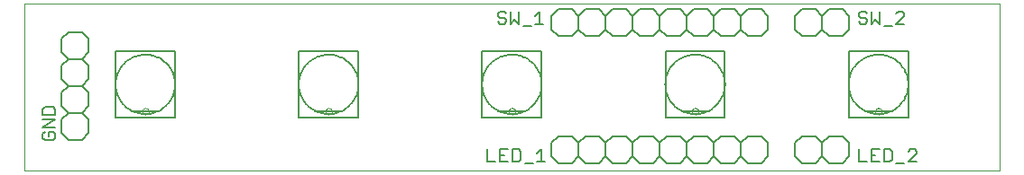
<source format=gto>
G75*
%MOIN*%
%OFA0B0*%
%FSLAX24Y24*%
%IPPOS*%
%LPD*%
%AMOC8*
5,1,8,0,0,1.08239X$1,22.5*
%
%ADD10C,0.0000*%
%ADD11C,0.0050*%
%ADD12C,0.0060*%
D10*
X000100Y000123D02*
X000100Y006331D01*
X036124Y006331D01*
X036124Y000123D01*
X000100Y000123D01*
X004451Y002335D02*
X004453Y002356D01*
X004459Y002376D01*
X004468Y002396D01*
X004480Y002413D01*
X004495Y002427D01*
X004513Y002439D01*
X004533Y002447D01*
X004553Y002452D01*
X004574Y002453D01*
X004595Y002450D01*
X004615Y002444D01*
X004634Y002433D01*
X004651Y002420D01*
X004664Y002404D01*
X004675Y002386D01*
X004683Y002366D01*
X004687Y002346D01*
X004687Y002324D01*
X004683Y002304D01*
X004675Y002284D01*
X004664Y002266D01*
X004651Y002250D01*
X004634Y002237D01*
X004615Y002226D01*
X004595Y002220D01*
X004574Y002217D01*
X004553Y002218D01*
X004533Y002223D01*
X004513Y002231D01*
X004495Y002243D01*
X004480Y002257D01*
X004468Y002274D01*
X004459Y002294D01*
X004453Y002314D01*
X004451Y002335D01*
X011222Y002335D02*
X011224Y002356D01*
X011230Y002376D01*
X011239Y002396D01*
X011251Y002413D01*
X011266Y002427D01*
X011284Y002439D01*
X011304Y002447D01*
X011324Y002452D01*
X011345Y002453D01*
X011366Y002450D01*
X011386Y002444D01*
X011405Y002433D01*
X011422Y002420D01*
X011435Y002404D01*
X011446Y002386D01*
X011454Y002366D01*
X011458Y002346D01*
X011458Y002324D01*
X011454Y002304D01*
X011446Y002284D01*
X011435Y002266D01*
X011422Y002250D01*
X011405Y002237D01*
X011386Y002226D01*
X011366Y002220D01*
X011345Y002217D01*
X011324Y002218D01*
X011304Y002223D01*
X011284Y002231D01*
X011266Y002243D01*
X011251Y002257D01*
X011239Y002274D01*
X011230Y002294D01*
X011224Y002314D01*
X011222Y002335D01*
X017994Y002335D02*
X017996Y002356D01*
X018002Y002376D01*
X018011Y002396D01*
X018023Y002413D01*
X018038Y002427D01*
X018056Y002439D01*
X018076Y002447D01*
X018096Y002452D01*
X018117Y002453D01*
X018138Y002450D01*
X018158Y002444D01*
X018177Y002433D01*
X018194Y002420D01*
X018207Y002404D01*
X018218Y002386D01*
X018226Y002366D01*
X018230Y002346D01*
X018230Y002324D01*
X018226Y002304D01*
X018218Y002284D01*
X018207Y002266D01*
X018194Y002250D01*
X018177Y002237D01*
X018158Y002226D01*
X018138Y002220D01*
X018117Y002217D01*
X018096Y002218D01*
X018076Y002223D01*
X018056Y002231D01*
X018038Y002243D01*
X018023Y002257D01*
X018011Y002274D01*
X018002Y002294D01*
X017996Y002314D01*
X017994Y002335D01*
X024765Y002335D02*
X024767Y002356D01*
X024773Y002376D01*
X024782Y002396D01*
X024794Y002413D01*
X024809Y002427D01*
X024827Y002439D01*
X024847Y002447D01*
X024867Y002452D01*
X024888Y002453D01*
X024909Y002450D01*
X024929Y002444D01*
X024948Y002433D01*
X024965Y002420D01*
X024978Y002404D01*
X024989Y002386D01*
X024997Y002366D01*
X025001Y002346D01*
X025001Y002324D01*
X024997Y002304D01*
X024989Y002284D01*
X024978Y002266D01*
X024965Y002250D01*
X024948Y002237D01*
X024929Y002226D01*
X024909Y002220D01*
X024888Y002217D01*
X024867Y002218D01*
X024847Y002223D01*
X024827Y002231D01*
X024809Y002243D01*
X024794Y002257D01*
X024782Y002274D01*
X024773Y002294D01*
X024767Y002314D01*
X024765Y002335D01*
X031537Y002335D02*
X031539Y002356D01*
X031545Y002376D01*
X031554Y002396D01*
X031566Y002413D01*
X031581Y002427D01*
X031599Y002439D01*
X031619Y002447D01*
X031639Y002452D01*
X031660Y002453D01*
X031681Y002450D01*
X031701Y002444D01*
X031720Y002433D01*
X031737Y002420D01*
X031750Y002404D01*
X031761Y002386D01*
X031769Y002366D01*
X031773Y002346D01*
X031773Y002324D01*
X031769Y002304D01*
X031761Y002284D01*
X031750Y002266D01*
X031737Y002250D01*
X031720Y002237D01*
X031701Y002226D01*
X031681Y002220D01*
X031660Y002217D01*
X031639Y002218D01*
X031619Y002223D01*
X031599Y002231D01*
X031581Y002243D01*
X031566Y002257D01*
X031554Y002274D01*
X031545Y002294D01*
X031539Y002314D01*
X031537Y002335D01*
D11*
X031155Y002335D02*
X032155Y002335D01*
X032754Y002094D02*
X030557Y002094D01*
X030557Y004576D01*
X032754Y004576D01*
X032754Y002094D01*
X032848Y000924D02*
X032773Y000849D01*
X032998Y000924D02*
X033073Y000849D01*
X033073Y000774D01*
X032773Y000474D01*
X033073Y000474D01*
X032613Y000399D02*
X032313Y000399D01*
X032153Y000549D02*
X032078Y000474D01*
X031852Y000474D01*
X031852Y000924D01*
X032078Y000924D01*
X032153Y000849D01*
X032153Y000549D01*
X031692Y000474D02*
X031392Y000474D01*
X031392Y000924D01*
X031692Y000924D01*
X030932Y000924D02*
X030932Y000474D01*
X031232Y000474D01*
X031392Y000699D02*
X031542Y000699D01*
X032848Y000924D02*
X032998Y000924D01*
X025982Y002094D02*
X023785Y002094D01*
X023785Y004576D01*
X025982Y004576D01*
X025982Y002094D01*
X025383Y002335D02*
X024383Y002335D01*
X019210Y002094D02*
X017013Y002094D01*
X017013Y004576D01*
X019210Y004576D01*
X019210Y002094D01*
X018612Y002335D02*
X017612Y002335D01*
X012439Y002094D02*
X010242Y002094D01*
X010242Y004576D01*
X012439Y004576D01*
X012439Y002094D01*
X011840Y002335D02*
X010840Y002335D01*
X005667Y002094D02*
X003470Y002094D01*
X003470Y004576D01*
X005667Y004576D01*
X005667Y002094D01*
X005069Y002335D02*
X004069Y002335D01*
X001225Y002413D02*
X001225Y002188D01*
X000775Y002188D01*
X000775Y002413D01*
X000850Y002488D01*
X001150Y002488D01*
X001225Y002413D01*
X001225Y002028D02*
X000775Y002028D01*
X000775Y001728D02*
X001225Y002028D01*
X001225Y001728D02*
X000775Y001728D01*
X000850Y001567D02*
X000775Y001492D01*
X000775Y001342D01*
X000850Y001267D01*
X001150Y001267D01*
X001225Y001342D01*
X001225Y001492D01*
X001150Y001567D01*
X001000Y001567D01*
X001000Y001417D01*
X003467Y003335D02*
X003469Y003401D01*
X003475Y003467D01*
X003485Y003532D01*
X003498Y003596D01*
X003516Y003660D01*
X003537Y003722D01*
X003562Y003783D01*
X003591Y003843D01*
X003623Y003900D01*
X003658Y003956D01*
X003697Y004009D01*
X003739Y004060D01*
X003784Y004108D01*
X003832Y004154D01*
X003882Y004197D01*
X003935Y004236D01*
X003990Y004272D01*
X004047Y004305D01*
X004106Y004335D01*
X004166Y004361D01*
X004228Y004383D01*
X004292Y004402D01*
X004356Y004416D01*
X004421Y004427D01*
X004487Y004434D01*
X004553Y004437D01*
X004618Y004436D01*
X004684Y004431D01*
X004750Y004422D01*
X004814Y004409D01*
X004878Y004393D01*
X004941Y004372D01*
X005002Y004348D01*
X005062Y004321D01*
X005120Y004289D01*
X005176Y004255D01*
X005230Y004217D01*
X005282Y004176D01*
X005331Y004132D01*
X005377Y004085D01*
X005420Y004035D01*
X005461Y003983D01*
X005498Y003928D01*
X005531Y003872D01*
X005562Y003813D01*
X005589Y003753D01*
X005612Y003691D01*
X005631Y003628D01*
X005647Y003564D01*
X005659Y003499D01*
X005667Y003434D01*
X005671Y003368D01*
X005671Y003302D01*
X005667Y003236D01*
X005659Y003171D01*
X005647Y003106D01*
X005631Y003042D01*
X005612Y002979D01*
X005589Y002917D01*
X005562Y002857D01*
X005531Y002798D01*
X005498Y002742D01*
X005461Y002687D01*
X005420Y002635D01*
X005377Y002585D01*
X005331Y002538D01*
X005282Y002494D01*
X005230Y002453D01*
X005176Y002415D01*
X005120Y002381D01*
X005062Y002349D01*
X005002Y002322D01*
X004941Y002298D01*
X004878Y002277D01*
X004814Y002261D01*
X004750Y002248D01*
X004684Y002239D01*
X004618Y002234D01*
X004553Y002233D01*
X004487Y002236D01*
X004421Y002243D01*
X004356Y002254D01*
X004292Y002268D01*
X004228Y002287D01*
X004166Y002309D01*
X004106Y002335D01*
X004047Y002365D01*
X003990Y002398D01*
X003935Y002434D01*
X003882Y002473D01*
X003832Y002516D01*
X003784Y002562D01*
X003739Y002610D01*
X003697Y002661D01*
X003658Y002714D01*
X003623Y002770D01*
X003591Y002827D01*
X003562Y002887D01*
X003537Y002948D01*
X003516Y003010D01*
X003498Y003074D01*
X003485Y003138D01*
X003475Y003203D01*
X003469Y003269D01*
X003467Y003335D01*
X010238Y003335D02*
X010240Y003401D01*
X010246Y003467D01*
X010256Y003532D01*
X010269Y003596D01*
X010287Y003660D01*
X010308Y003722D01*
X010333Y003783D01*
X010362Y003843D01*
X010394Y003900D01*
X010429Y003956D01*
X010468Y004009D01*
X010510Y004060D01*
X010555Y004108D01*
X010603Y004154D01*
X010653Y004197D01*
X010706Y004236D01*
X010761Y004272D01*
X010818Y004305D01*
X010877Y004335D01*
X010937Y004361D01*
X010999Y004383D01*
X011063Y004402D01*
X011127Y004416D01*
X011192Y004427D01*
X011258Y004434D01*
X011324Y004437D01*
X011389Y004436D01*
X011455Y004431D01*
X011521Y004422D01*
X011585Y004409D01*
X011649Y004393D01*
X011712Y004372D01*
X011773Y004348D01*
X011833Y004321D01*
X011891Y004289D01*
X011947Y004255D01*
X012001Y004217D01*
X012053Y004176D01*
X012102Y004132D01*
X012148Y004085D01*
X012191Y004035D01*
X012232Y003983D01*
X012269Y003928D01*
X012302Y003872D01*
X012333Y003813D01*
X012360Y003753D01*
X012383Y003691D01*
X012402Y003628D01*
X012418Y003564D01*
X012430Y003499D01*
X012438Y003434D01*
X012442Y003368D01*
X012442Y003302D01*
X012438Y003236D01*
X012430Y003171D01*
X012418Y003106D01*
X012402Y003042D01*
X012383Y002979D01*
X012360Y002917D01*
X012333Y002857D01*
X012302Y002798D01*
X012269Y002742D01*
X012232Y002687D01*
X012191Y002635D01*
X012148Y002585D01*
X012102Y002538D01*
X012053Y002494D01*
X012001Y002453D01*
X011947Y002415D01*
X011891Y002381D01*
X011833Y002349D01*
X011773Y002322D01*
X011712Y002298D01*
X011649Y002277D01*
X011585Y002261D01*
X011521Y002248D01*
X011455Y002239D01*
X011389Y002234D01*
X011324Y002233D01*
X011258Y002236D01*
X011192Y002243D01*
X011127Y002254D01*
X011063Y002268D01*
X010999Y002287D01*
X010937Y002309D01*
X010877Y002335D01*
X010818Y002365D01*
X010761Y002398D01*
X010706Y002434D01*
X010653Y002473D01*
X010603Y002516D01*
X010555Y002562D01*
X010510Y002610D01*
X010468Y002661D01*
X010429Y002714D01*
X010394Y002770D01*
X010362Y002827D01*
X010333Y002887D01*
X010308Y002948D01*
X010287Y003010D01*
X010269Y003074D01*
X010256Y003138D01*
X010246Y003203D01*
X010240Y003269D01*
X010238Y003335D01*
X017010Y003335D02*
X017012Y003401D01*
X017018Y003467D01*
X017028Y003532D01*
X017041Y003596D01*
X017059Y003660D01*
X017080Y003722D01*
X017105Y003783D01*
X017134Y003843D01*
X017166Y003900D01*
X017201Y003956D01*
X017240Y004009D01*
X017282Y004060D01*
X017327Y004108D01*
X017375Y004154D01*
X017425Y004197D01*
X017478Y004236D01*
X017533Y004272D01*
X017590Y004305D01*
X017649Y004335D01*
X017709Y004361D01*
X017771Y004383D01*
X017835Y004402D01*
X017899Y004416D01*
X017964Y004427D01*
X018030Y004434D01*
X018096Y004437D01*
X018161Y004436D01*
X018227Y004431D01*
X018293Y004422D01*
X018357Y004409D01*
X018421Y004393D01*
X018484Y004372D01*
X018545Y004348D01*
X018605Y004321D01*
X018663Y004289D01*
X018719Y004255D01*
X018773Y004217D01*
X018825Y004176D01*
X018874Y004132D01*
X018920Y004085D01*
X018963Y004035D01*
X019004Y003983D01*
X019041Y003928D01*
X019074Y003872D01*
X019105Y003813D01*
X019132Y003753D01*
X019155Y003691D01*
X019174Y003628D01*
X019190Y003564D01*
X019202Y003499D01*
X019210Y003434D01*
X019214Y003368D01*
X019214Y003302D01*
X019210Y003236D01*
X019202Y003171D01*
X019190Y003106D01*
X019174Y003042D01*
X019155Y002979D01*
X019132Y002917D01*
X019105Y002857D01*
X019074Y002798D01*
X019041Y002742D01*
X019004Y002687D01*
X018963Y002635D01*
X018920Y002585D01*
X018874Y002538D01*
X018825Y002494D01*
X018773Y002453D01*
X018719Y002415D01*
X018663Y002381D01*
X018605Y002349D01*
X018545Y002322D01*
X018484Y002298D01*
X018421Y002277D01*
X018357Y002261D01*
X018293Y002248D01*
X018227Y002239D01*
X018161Y002234D01*
X018096Y002233D01*
X018030Y002236D01*
X017964Y002243D01*
X017899Y002254D01*
X017835Y002268D01*
X017771Y002287D01*
X017709Y002309D01*
X017649Y002335D01*
X017590Y002365D01*
X017533Y002398D01*
X017478Y002434D01*
X017425Y002473D01*
X017375Y002516D01*
X017327Y002562D01*
X017282Y002610D01*
X017240Y002661D01*
X017201Y002714D01*
X017166Y002770D01*
X017134Y002827D01*
X017105Y002887D01*
X017080Y002948D01*
X017059Y003010D01*
X017041Y003074D01*
X017028Y003138D01*
X017018Y003203D01*
X017012Y003269D01*
X017010Y003335D01*
X023781Y003335D02*
X023783Y003401D01*
X023789Y003467D01*
X023799Y003532D01*
X023812Y003596D01*
X023830Y003660D01*
X023851Y003722D01*
X023876Y003783D01*
X023905Y003843D01*
X023937Y003900D01*
X023972Y003956D01*
X024011Y004009D01*
X024053Y004060D01*
X024098Y004108D01*
X024146Y004154D01*
X024196Y004197D01*
X024249Y004236D01*
X024304Y004272D01*
X024361Y004305D01*
X024420Y004335D01*
X024480Y004361D01*
X024542Y004383D01*
X024606Y004402D01*
X024670Y004416D01*
X024735Y004427D01*
X024801Y004434D01*
X024867Y004437D01*
X024932Y004436D01*
X024998Y004431D01*
X025064Y004422D01*
X025128Y004409D01*
X025192Y004393D01*
X025255Y004372D01*
X025316Y004348D01*
X025376Y004321D01*
X025434Y004289D01*
X025490Y004255D01*
X025544Y004217D01*
X025596Y004176D01*
X025645Y004132D01*
X025691Y004085D01*
X025734Y004035D01*
X025775Y003983D01*
X025812Y003928D01*
X025845Y003872D01*
X025876Y003813D01*
X025903Y003753D01*
X025926Y003691D01*
X025945Y003628D01*
X025961Y003564D01*
X025973Y003499D01*
X025981Y003434D01*
X025985Y003368D01*
X025985Y003302D01*
X025981Y003236D01*
X025973Y003171D01*
X025961Y003106D01*
X025945Y003042D01*
X025926Y002979D01*
X025903Y002917D01*
X025876Y002857D01*
X025845Y002798D01*
X025812Y002742D01*
X025775Y002687D01*
X025734Y002635D01*
X025691Y002585D01*
X025645Y002538D01*
X025596Y002494D01*
X025544Y002453D01*
X025490Y002415D01*
X025434Y002381D01*
X025376Y002349D01*
X025316Y002322D01*
X025255Y002298D01*
X025192Y002277D01*
X025128Y002261D01*
X025064Y002248D01*
X024998Y002239D01*
X024932Y002234D01*
X024867Y002233D01*
X024801Y002236D01*
X024735Y002243D01*
X024670Y002254D01*
X024606Y002268D01*
X024542Y002287D01*
X024480Y002309D01*
X024420Y002335D01*
X024361Y002365D01*
X024304Y002398D01*
X024249Y002434D01*
X024196Y002473D01*
X024146Y002516D01*
X024098Y002562D01*
X024053Y002610D01*
X024011Y002661D01*
X023972Y002714D01*
X023937Y002770D01*
X023905Y002827D01*
X023876Y002887D01*
X023851Y002948D01*
X023830Y003010D01*
X023812Y003074D01*
X023799Y003138D01*
X023789Y003203D01*
X023783Y003269D01*
X023781Y003335D01*
X030553Y003335D02*
X030555Y003401D01*
X030561Y003467D01*
X030571Y003532D01*
X030584Y003596D01*
X030602Y003660D01*
X030623Y003722D01*
X030648Y003783D01*
X030677Y003843D01*
X030709Y003900D01*
X030744Y003956D01*
X030783Y004009D01*
X030825Y004060D01*
X030870Y004108D01*
X030918Y004154D01*
X030968Y004197D01*
X031021Y004236D01*
X031076Y004272D01*
X031133Y004305D01*
X031192Y004335D01*
X031252Y004361D01*
X031314Y004383D01*
X031378Y004402D01*
X031442Y004416D01*
X031507Y004427D01*
X031573Y004434D01*
X031639Y004437D01*
X031704Y004436D01*
X031770Y004431D01*
X031836Y004422D01*
X031900Y004409D01*
X031964Y004393D01*
X032027Y004372D01*
X032088Y004348D01*
X032148Y004321D01*
X032206Y004289D01*
X032262Y004255D01*
X032316Y004217D01*
X032368Y004176D01*
X032417Y004132D01*
X032463Y004085D01*
X032506Y004035D01*
X032547Y003983D01*
X032584Y003928D01*
X032617Y003872D01*
X032648Y003813D01*
X032675Y003753D01*
X032698Y003691D01*
X032717Y003628D01*
X032733Y003564D01*
X032745Y003499D01*
X032753Y003434D01*
X032757Y003368D01*
X032757Y003302D01*
X032753Y003236D01*
X032745Y003171D01*
X032733Y003106D01*
X032717Y003042D01*
X032698Y002979D01*
X032675Y002917D01*
X032648Y002857D01*
X032617Y002798D01*
X032584Y002742D01*
X032547Y002687D01*
X032506Y002635D01*
X032463Y002585D01*
X032417Y002538D01*
X032368Y002494D01*
X032316Y002453D01*
X032262Y002415D01*
X032206Y002381D01*
X032148Y002349D01*
X032088Y002322D01*
X032027Y002298D01*
X031964Y002277D01*
X031900Y002261D01*
X031836Y002248D01*
X031770Y002239D01*
X031704Y002234D01*
X031639Y002233D01*
X031573Y002236D01*
X031507Y002243D01*
X031442Y002254D01*
X031378Y002268D01*
X031314Y002287D01*
X031252Y002309D01*
X031192Y002335D01*
X031133Y002365D01*
X031076Y002398D01*
X031021Y002434D01*
X030968Y002473D01*
X030918Y002516D01*
X030870Y002562D01*
X030825Y002610D01*
X030783Y002661D01*
X030744Y002714D01*
X030709Y002770D01*
X030677Y002827D01*
X030648Y002887D01*
X030623Y002948D01*
X030602Y003010D01*
X030584Y003074D01*
X030571Y003138D01*
X030561Y003203D01*
X030555Y003269D01*
X030553Y003335D01*
X031852Y005505D02*
X032153Y005505D01*
X032313Y005580D02*
X032613Y005880D01*
X032613Y005956D01*
X032538Y006031D01*
X032388Y006031D01*
X032313Y005956D01*
X031692Y006031D02*
X031692Y005580D01*
X031542Y005730D01*
X031392Y005580D01*
X031392Y006031D01*
X031232Y005956D02*
X031157Y006031D01*
X031007Y006031D01*
X030932Y005956D01*
X030932Y005880D01*
X031007Y005805D01*
X031157Y005805D01*
X031232Y005730D01*
X031232Y005655D01*
X031157Y005580D01*
X031007Y005580D01*
X030932Y005655D01*
X032313Y005580D02*
X032613Y005580D01*
X019282Y005580D02*
X018982Y005580D01*
X019132Y005580D02*
X019132Y006031D01*
X018982Y005880D01*
X018362Y006031D02*
X018362Y005580D01*
X018211Y005730D01*
X018061Y005580D01*
X018061Y006031D01*
X017901Y005956D02*
X017826Y006031D01*
X017676Y006031D01*
X017601Y005956D01*
X017601Y005880D01*
X017676Y005805D01*
X017826Y005805D01*
X017901Y005730D01*
X017901Y005655D01*
X017826Y005580D01*
X017676Y005580D01*
X017601Y005655D01*
X018522Y005505D02*
X018822Y005505D01*
X019199Y000924D02*
X019199Y000474D01*
X019049Y000474D02*
X019349Y000474D01*
X018889Y000399D02*
X018588Y000399D01*
X018428Y000549D02*
X018353Y000474D01*
X018128Y000474D01*
X018128Y000924D01*
X018353Y000924D01*
X018428Y000849D01*
X018428Y000549D01*
X017968Y000474D02*
X017668Y000474D01*
X017668Y000924D01*
X017968Y000924D01*
X017207Y000924D02*
X017207Y000474D01*
X017507Y000474D01*
X017668Y000699D02*
X017818Y000699D01*
X019049Y000774D02*
X019199Y000924D01*
D12*
X019574Y001160D02*
X019824Y001410D01*
X020324Y001410D01*
X020574Y001160D01*
X020824Y001410D01*
X021324Y001410D01*
X021574Y001160D01*
X021574Y000660D01*
X021324Y000410D01*
X020824Y000410D01*
X020574Y000660D01*
X020324Y000410D01*
X019824Y000410D01*
X019574Y000660D01*
X019574Y001160D01*
X020574Y001160D02*
X020574Y000660D01*
X021574Y000660D02*
X021824Y000410D01*
X022324Y000410D01*
X022574Y000660D01*
X022824Y000410D01*
X023324Y000410D01*
X023574Y000660D01*
X023824Y000410D01*
X024324Y000410D01*
X024574Y000660D01*
X024574Y001160D01*
X024324Y001410D01*
X023824Y001410D01*
X023574Y001160D01*
X023574Y000660D01*
X024574Y000660D02*
X024824Y000410D01*
X025324Y000410D01*
X025574Y000660D01*
X025824Y000410D01*
X026324Y000410D01*
X026574Y000660D01*
X026824Y000410D01*
X027324Y000410D01*
X027574Y000660D01*
X027574Y001160D01*
X027324Y001410D01*
X026824Y001410D01*
X026574Y001160D01*
X026574Y000660D01*
X025574Y000660D02*
X025574Y001160D01*
X025824Y001410D01*
X026324Y001410D01*
X026574Y001160D01*
X025574Y001160D02*
X025324Y001410D01*
X024824Y001410D01*
X024574Y001160D01*
X023574Y001160D02*
X023324Y001410D01*
X022824Y001410D01*
X022574Y001160D01*
X022574Y000660D01*
X022574Y001160D02*
X022324Y001410D01*
X021824Y001410D01*
X021574Y001160D01*
X028574Y001160D02*
X028574Y000660D01*
X028824Y000410D01*
X029324Y000410D01*
X029574Y000660D01*
X029824Y000410D01*
X030324Y000410D01*
X030574Y000660D01*
X030574Y001160D01*
X030324Y001410D01*
X029824Y001410D01*
X029574Y001160D01*
X029574Y000660D01*
X029574Y001160D02*
X029324Y001410D01*
X028824Y001410D01*
X028574Y001160D01*
X028824Y005123D02*
X029324Y005123D01*
X029574Y005373D01*
X029824Y005123D01*
X030324Y005123D01*
X030574Y005373D01*
X030574Y005873D01*
X030324Y006123D01*
X029824Y006123D01*
X029574Y005873D01*
X029574Y005373D01*
X028824Y005123D02*
X028574Y005373D01*
X028574Y005873D01*
X028824Y006123D01*
X029324Y006123D01*
X029574Y005873D01*
X027574Y005873D02*
X027574Y005373D01*
X027324Y005123D01*
X026824Y005123D01*
X026574Y005373D01*
X026324Y005123D01*
X025824Y005123D01*
X025574Y005373D01*
X025324Y005123D01*
X024824Y005123D01*
X024574Y005373D01*
X024324Y005123D01*
X023824Y005123D01*
X023574Y005373D01*
X023324Y005123D01*
X022824Y005123D01*
X022574Y005373D01*
X022324Y005123D01*
X021824Y005123D01*
X021574Y005373D01*
X021324Y005123D01*
X020824Y005123D01*
X020574Y005373D01*
X020324Y005123D01*
X019824Y005123D01*
X019574Y005373D01*
X019574Y005873D01*
X019824Y006123D01*
X020324Y006123D01*
X020574Y005873D01*
X020824Y006123D01*
X021324Y006123D01*
X021574Y005873D01*
X021574Y005373D01*
X020574Y005373D02*
X020574Y005873D01*
X021574Y005873D02*
X021824Y006123D01*
X022324Y006123D01*
X022574Y005873D01*
X022824Y006123D01*
X023324Y006123D01*
X023574Y005873D01*
X023824Y006123D01*
X024324Y006123D01*
X024574Y005873D01*
X024574Y005373D01*
X023574Y005373D02*
X023574Y005873D01*
X024574Y005873D02*
X024824Y006123D01*
X025324Y006123D01*
X025574Y005873D01*
X025824Y006123D01*
X026324Y006123D01*
X026574Y005873D01*
X026824Y006123D01*
X027324Y006123D01*
X027574Y005873D01*
X026574Y005873D02*
X026574Y005373D01*
X025574Y005373D02*
X025574Y005873D01*
X022574Y005873D02*
X022574Y005373D01*
X002470Y005022D02*
X002470Y004522D01*
X002220Y004272D01*
X002470Y004022D01*
X002470Y003522D01*
X002220Y003272D01*
X002470Y003022D01*
X002470Y002522D01*
X002220Y002272D01*
X002470Y002022D01*
X002470Y001522D01*
X002220Y001272D01*
X001720Y001272D01*
X001470Y001522D01*
X001470Y002022D01*
X001720Y002272D01*
X001470Y002522D01*
X001470Y003022D01*
X001720Y003272D01*
X002220Y003272D01*
X001720Y003272D02*
X001470Y003522D01*
X001470Y004022D01*
X001720Y004272D01*
X001470Y004522D01*
X001470Y005022D01*
X001720Y005272D01*
X002220Y005272D01*
X002470Y005022D01*
X002220Y004272D02*
X001720Y004272D01*
X001720Y002272D02*
X002220Y002272D01*
M02*

</source>
